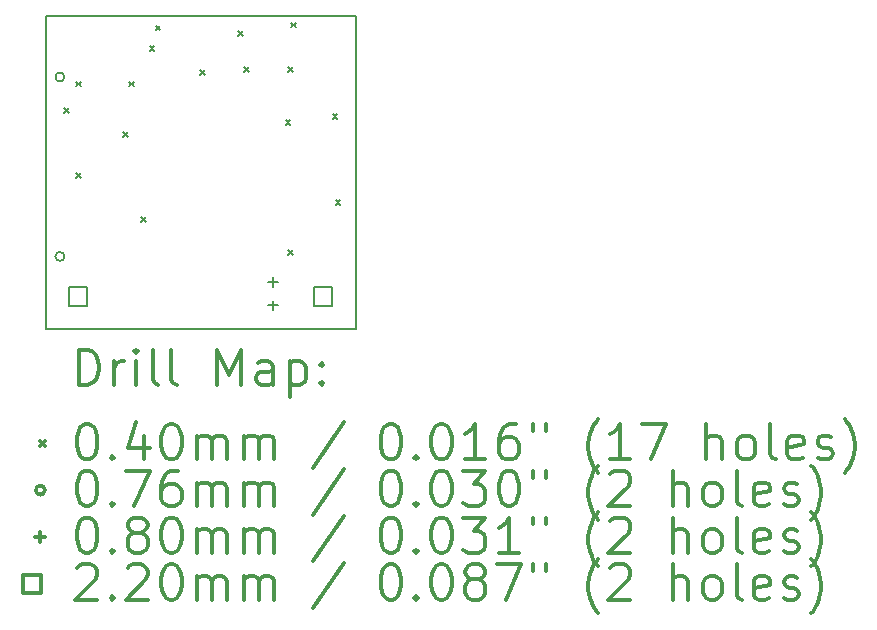
<source format=gbr>
%FSLAX45Y45*%
G04 Gerber Fmt 4.5, Leading zero omitted, Abs format (unit mm)*
G04 Created by KiCad (PCBNEW no-vcs-found-33e0758~58~ubuntu16.04.1) date Wed Mar 21 11:12:09 2018*
%MOMM*%
%LPD*%
G01*
G04 APERTURE LIST*
%ADD10C,0.127000*%
%ADD11C,0.150000*%
%ADD12C,0.200000*%
%ADD13C,0.300000*%
G04 APERTURE END LIST*
D10*
D11*
X10025000Y-5275000D02*
X10025000Y-7925000D01*
X12650000Y-5275000D02*
X10025000Y-5275000D01*
X12650000Y-7925000D02*
X12650000Y-5275000D01*
X10025000Y-7925000D02*
X12650000Y-7925000D01*
D12*
X10180000Y-6055000D02*
X10220000Y-6095000D01*
X10220000Y-6055000D02*
X10180000Y-6095000D01*
X10280000Y-5830000D02*
X10320000Y-5870000D01*
X10320000Y-5830000D02*
X10280000Y-5870000D01*
X10280000Y-6605000D02*
X10320000Y-6645000D01*
X10320000Y-6605000D02*
X10280000Y-6645000D01*
X10680000Y-6255000D02*
X10720000Y-6295000D01*
X10720000Y-6255000D02*
X10680000Y-6295000D01*
X10730000Y-5830000D02*
X10770000Y-5870000D01*
X10770000Y-5830000D02*
X10730000Y-5870000D01*
X10830000Y-6980000D02*
X10870000Y-7020000D01*
X10870000Y-6980000D02*
X10830000Y-7020000D01*
X10905000Y-5530000D02*
X10945000Y-5570000D01*
X10945000Y-5530000D02*
X10905000Y-5570000D01*
X10955000Y-5355000D02*
X10995000Y-5395000D01*
X10995000Y-5355000D02*
X10955000Y-5395000D01*
X11330000Y-5730000D02*
X11370000Y-5770000D01*
X11370000Y-5730000D02*
X11330000Y-5770000D01*
X11655000Y-5405000D02*
X11695000Y-5445000D01*
X11695000Y-5405000D02*
X11655000Y-5445000D01*
X11705000Y-5705000D02*
X11745000Y-5745000D01*
X11745000Y-5705000D02*
X11705000Y-5745000D01*
X12055000Y-6155000D02*
X12095000Y-6195000D01*
X12095000Y-6155000D02*
X12055000Y-6195000D01*
X12080000Y-5705000D02*
X12120000Y-5745000D01*
X12120000Y-5705000D02*
X12080000Y-5745000D01*
X12080000Y-7255000D02*
X12120000Y-7295000D01*
X12120000Y-7255000D02*
X12080000Y-7295000D01*
X12105000Y-5330000D02*
X12145000Y-5370000D01*
X12145000Y-5330000D02*
X12105000Y-5370000D01*
X12455000Y-6105000D02*
X12495000Y-6145000D01*
X12495000Y-6105000D02*
X12455000Y-6145000D01*
X12480000Y-6830000D02*
X12520000Y-6870000D01*
X12520000Y-6830000D02*
X12480000Y-6870000D01*
X10183100Y-5790000D02*
G75*
G03X10183100Y-5790000I-38100J0D01*
G01*
X10183100Y-7310000D02*
G75*
G03X10183100Y-7310000I-38100J0D01*
G01*
X11950000Y-7485000D02*
X11950000Y-7565000D01*
X11910000Y-7525000D02*
X11990000Y-7525000D01*
X11950000Y-7685000D02*
X11950000Y-7765000D01*
X11910000Y-7725000D02*
X11990000Y-7725000D01*
X10377783Y-7727782D02*
X10377783Y-7572217D01*
X10222218Y-7572217D01*
X10222218Y-7727782D01*
X10377783Y-7727782D01*
X12452782Y-7727782D02*
X12452782Y-7572217D01*
X12297217Y-7572217D01*
X12297217Y-7727782D01*
X12452782Y-7727782D01*
D13*
X10303928Y-8398214D02*
X10303928Y-8098214D01*
X10375357Y-8098214D01*
X10418214Y-8112500D01*
X10446786Y-8141071D01*
X10461071Y-8169643D01*
X10475357Y-8226786D01*
X10475357Y-8269643D01*
X10461071Y-8326786D01*
X10446786Y-8355357D01*
X10418214Y-8383929D01*
X10375357Y-8398214D01*
X10303928Y-8398214D01*
X10603928Y-8398214D02*
X10603928Y-8198214D01*
X10603928Y-8255357D02*
X10618214Y-8226786D01*
X10632500Y-8212500D01*
X10661071Y-8198214D01*
X10689643Y-8198214D01*
X10789643Y-8398214D02*
X10789643Y-8198214D01*
X10789643Y-8098214D02*
X10775357Y-8112500D01*
X10789643Y-8126786D01*
X10803928Y-8112500D01*
X10789643Y-8098214D01*
X10789643Y-8126786D01*
X10975357Y-8398214D02*
X10946786Y-8383929D01*
X10932500Y-8355357D01*
X10932500Y-8098214D01*
X11132500Y-8398214D02*
X11103928Y-8383929D01*
X11089643Y-8355357D01*
X11089643Y-8098214D01*
X11475357Y-8398214D02*
X11475357Y-8098214D01*
X11575357Y-8312500D01*
X11675357Y-8098214D01*
X11675357Y-8398214D01*
X11946786Y-8398214D02*
X11946786Y-8241071D01*
X11932500Y-8212500D01*
X11903928Y-8198214D01*
X11846786Y-8198214D01*
X11818214Y-8212500D01*
X11946786Y-8383929D02*
X11918214Y-8398214D01*
X11846786Y-8398214D01*
X11818214Y-8383929D01*
X11803928Y-8355357D01*
X11803928Y-8326786D01*
X11818214Y-8298214D01*
X11846786Y-8283929D01*
X11918214Y-8283929D01*
X11946786Y-8269643D01*
X12089643Y-8198214D02*
X12089643Y-8498214D01*
X12089643Y-8212500D02*
X12118214Y-8198214D01*
X12175357Y-8198214D01*
X12203928Y-8212500D01*
X12218214Y-8226786D01*
X12232500Y-8255357D01*
X12232500Y-8341071D01*
X12218214Y-8369643D01*
X12203928Y-8383929D01*
X12175357Y-8398214D01*
X12118214Y-8398214D01*
X12089643Y-8383929D01*
X12361071Y-8369643D02*
X12375357Y-8383929D01*
X12361071Y-8398214D01*
X12346786Y-8383929D01*
X12361071Y-8369643D01*
X12361071Y-8398214D01*
X12361071Y-8212500D02*
X12375357Y-8226786D01*
X12361071Y-8241071D01*
X12346786Y-8226786D01*
X12361071Y-8212500D01*
X12361071Y-8241071D01*
X9977500Y-8872500D02*
X10017500Y-8912500D01*
X10017500Y-8872500D02*
X9977500Y-8912500D01*
X10361071Y-8728214D02*
X10389643Y-8728214D01*
X10418214Y-8742500D01*
X10432500Y-8756786D01*
X10446786Y-8785357D01*
X10461071Y-8842500D01*
X10461071Y-8913929D01*
X10446786Y-8971072D01*
X10432500Y-8999643D01*
X10418214Y-9013929D01*
X10389643Y-9028214D01*
X10361071Y-9028214D01*
X10332500Y-9013929D01*
X10318214Y-8999643D01*
X10303928Y-8971072D01*
X10289643Y-8913929D01*
X10289643Y-8842500D01*
X10303928Y-8785357D01*
X10318214Y-8756786D01*
X10332500Y-8742500D01*
X10361071Y-8728214D01*
X10589643Y-8999643D02*
X10603928Y-9013929D01*
X10589643Y-9028214D01*
X10575357Y-9013929D01*
X10589643Y-8999643D01*
X10589643Y-9028214D01*
X10861071Y-8828214D02*
X10861071Y-9028214D01*
X10789643Y-8713929D02*
X10718214Y-8928214D01*
X10903928Y-8928214D01*
X11075357Y-8728214D02*
X11103928Y-8728214D01*
X11132500Y-8742500D01*
X11146786Y-8756786D01*
X11161071Y-8785357D01*
X11175357Y-8842500D01*
X11175357Y-8913929D01*
X11161071Y-8971072D01*
X11146786Y-8999643D01*
X11132500Y-9013929D01*
X11103928Y-9028214D01*
X11075357Y-9028214D01*
X11046786Y-9013929D01*
X11032500Y-8999643D01*
X11018214Y-8971072D01*
X11003928Y-8913929D01*
X11003928Y-8842500D01*
X11018214Y-8785357D01*
X11032500Y-8756786D01*
X11046786Y-8742500D01*
X11075357Y-8728214D01*
X11303928Y-9028214D02*
X11303928Y-8828214D01*
X11303928Y-8856786D02*
X11318214Y-8842500D01*
X11346786Y-8828214D01*
X11389643Y-8828214D01*
X11418214Y-8842500D01*
X11432500Y-8871072D01*
X11432500Y-9028214D01*
X11432500Y-8871072D02*
X11446786Y-8842500D01*
X11475357Y-8828214D01*
X11518214Y-8828214D01*
X11546786Y-8842500D01*
X11561071Y-8871072D01*
X11561071Y-9028214D01*
X11703928Y-9028214D02*
X11703928Y-8828214D01*
X11703928Y-8856786D02*
X11718214Y-8842500D01*
X11746786Y-8828214D01*
X11789643Y-8828214D01*
X11818214Y-8842500D01*
X11832500Y-8871072D01*
X11832500Y-9028214D01*
X11832500Y-8871072D02*
X11846786Y-8842500D01*
X11875357Y-8828214D01*
X11918214Y-8828214D01*
X11946786Y-8842500D01*
X11961071Y-8871072D01*
X11961071Y-9028214D01*
X12546786Y-8713929D02*
X12289643Y-9099643D01*
X12932500Y-8728214D02*
X12961071Y-8728214D01*
X12989643Y-8742500D01*
X13003928Y-8756786D01*
X13018214Y-8785357D01*
X13032500Y-8842500D01*
X13032500Y-8913929D01*
X13018214Y-8971072D01*
X13003928Y-8999643D01*
X12989643Y-9013929D01*
X12961071Y-9028214D01*
X12932500Y-9028214D01*
X12903928Y-9013929D01*
X12889643Y-8999643D01*
X12875357Y-8971072D01*
X12861071Y-8913929D01*
X12861071Y-8842500D01*
X12875357Y-8785357D01*
X12889643Y-8756786D01*
X12903928Y-8742500D01*
X12932500Y-8728214D01*
X13161071Y-8999643D02*
X13175357Y-9013929D01*
X13161071Y-9028214D01*
X13146786Y-9013929D01*
X13161071Y-8999643D01*
X13161071Y-9028214D01*
X13361071Y-8728214D02*
X13389643Y-8728214D01*
X13418214Y-8742500D01*
X13432500Y-8756786D01*
X13446786Y-8785357D01*
X13461071Y-8842500D01*
X13461071Y-8913929D01*
X13446786Y-8971072D01*
X13432500Y-8999643D01*
X13418214Y-9013929D01*
X13389643Y-9028214D01*
X13361071Y-9028214D01*
X13332500Y-9013929D01*
X13318214Y-8999643D01*
X13303928Y-8971072D01*
X13289643Y-8913929D01*
X13289643Y-8842500D01*
X13303928Y-8785357D01*
X13318214Y-8756786D01*
X13332500Y-8742500D01*
X13361071Y-8728214D01*
X13746786Y-9028214D02*
X13575357Y-9028214D01*
X13661071Y-9028214D02*
X13661071Y-8728214D01*
X13632500Y-8771072D01*
X13603928Y-8799643D01*
X13575357Y-8813929D01*
X14003928Y-8728214D02*
X13946786Y-8728214D01*
X13918214Y-8742500D01*
X13903928Y-8756786D01*
X13875357Y-8799643D01*
X13861071Y-8856786D01*
X13861071Y-8971072D01*
X13875357Y-8999643D01*
X13889643Y-9013929D01*
X13918214Y-9028214D01*
X13975357Y-9028214D01*
X14003928Y-9013929D01*
X14018214Y-8999643D01*
X14032500Y-8971072D01*
X14032500Y-8899643D01*
X14018214Y-8871072D01*
X14003928Y-8856786D01*
X13975357Y-8842500D01*
X13918214Y-8842500D01*
X13889643Y-8856786D01*
X13875357Y-8871072D01*
X13861071Y-8899643D01*
X14146786Y-8728214D02*
X14146786Y-8785357D01*
X14261071Y-8728214D02*
X14261071Y-8785357D01*
X14703928Y-9142500D02*
X14689643Y-9128214D01*
X14661071Y-9085357D01*
X14646786Y-9056786D01*
X14632500Y-9013929D01*
X14618214Y-8942500D01*
X14618214Y-8885357D01*
X14632500Y-8813929D01*
X14646786Y-8771072D01*
X14661071Y-8742500D01*
X14689643Y-8699643D01*
X14703928Y-8685357D01*
X14975357Y-9028214D02*
X14803928Y-9028214D01*
X14889643Y-9028214D02*
X14889643Y-8728214D01*
X14861071Y-8771072D01*
X14832500Y-8799643D01*
X14803928Y-8813929D01*
X15075357Y-8728214D02*
X15275357Y-8728214D01*
X15146786Y-9028214D01*
X15618214Y-9028214D02*
X15618214Y-8728214D01*
X15746786Y-9028214D02*
X15746786Y-8871072D01*
X15732500Y-8842500D01*
X15703928Y-8828214D01*
X15661071Y-8828214D01*
X15632500Y-8842500D01*
X15618214Y-8856786D01*
X15932500Y-9028214D02*
X15903928Y-9013929D01*
X15889643Y-8999643D01*
X15875357Y-8971072D01*
X15875357Y-8885357D01*
X15889643Y-8856786D01*
X15903928Y-8842500D01*
X15932500Y-8828214D01*
X15975357Y-8828214D01*
X16003928Y-8842500D01*
X16018214Y-8856786D01*
X16032500Y-8885357D01*
X16032500Y-8971072D01*
X16018214Y-8999643D01*
X16003928Y-9013929D01*
X15975357Y-9028214D01*
X15932500Y-9028214D01*
X16203928Y-9028214D02*
X16175357Y-9013929D01*
X16161071Y-8985357D01*
X16161071Y-8728214D01*
X16432500Y-9013929D02*
X16403928Y-9028214D01*
X16346786Y-9028214D01*
X16318214Y-9013929D01*
X16303928Y-8985357D01*
X16303928Y-8871072D01*
X16318214Y-8842500D01*
X16346786Y-8828214D01*
X16403928Y-8828214D01*
X16432500Y-8842500D01*
X16446786Y-8871072D01*
X16446786Y-8899643D01*
X16303928Y-8928214D01*
X16561071Y-9013929D02*
X16589643Y-9028214D01*
X16646786Y-9028214D01*
X16675357Y-9013929D01*
X16689643Y-8985357D01*
X16689643Y-8971072D01*
X16675357Y-8942500D01*
X16646786Y-8928214D01*
X16603928Y-8928214D01*
X16575357Y-8913929D01*
X16561071Y-8885357D01*
X16561071Y-8871072D01*
X16575357Y-8842500D01*
X16603928Y-8828214D01*
X16646786Y-8828214D01*
X16675357Y-8842500D01*
X16789643Y-9142500D02*
X16803928Y-9128214D01*
X16832500Y-9085357D01*
X16846786Y-9056786D01*
X16861071Y-9013929D01*
X16875357Y-8942500D01*
X16875357Y-8885357D01*
X16861071Y-8813929D01*
X16846786Y-8771072D01*
X16832500Y-8742500D01*
X16803928Y-8699643D01*
X16789643Y-8685357D01*
X10017500Y-9288500D02*
G75*
G03X10017500Y-9288500I-38100J0D01*
G01*
X10361071Y-9124214D02*
X10389643Y-9124214D01*
X10418214Y-9138500D01*
X10432500Y-9152786D01*
X10446786Y-9181357D01*
X10461071Y-9238500D01*
X10461071Y-9309929D01*
X10446786Y-9367072D01*
X10432500Y-9395643D01*
X10418214Y-9409929D01*
X10389643Y-9424214D01*
X10361071Y-9424214D01*
X10332500Y-9409929D01*
X10318214Y-9395643D01*
X10303928Y-9367072D01*
X10289643Y-9309929D01*
X10289643Y-9238500D01*
X10303928Y-9181357D01*
X10318214Y-9152786D01*
X10332500Y-9138500D01*
X10361071Y-9124214D01*
X10589643Y-9395643D02*
X10603928Y-9409929D01*
X10589643Y-9424214D01*
X10575357Y-9409929D01*
X10589643Y-9395643D01*
X10589643Y-9424214D01*
X10703928Y-9124214D02*
X10903928Y-9124214D01*
X10775357Y-9424214D01*
X11146786Y-9124214D02*
X11089643Y-9124214D01*
X11061071Y-9138500D01*
X11046786Y-9152786D01*
X11018214Y-9195643D01*
X11003928Y-9252786D01*
X11003928Y-9367072D01*
X11018214Y-9395643D01*
X11032500Y-9409929D01*
X11061071Y-9424214D01*
X11118214Y-9424214D01*
X11146786Y-9409929D01*
X11161071Y-9395643D01*
X11175357Y-9367072D01*
X11175357Y-9295643D01*
X11161071Y-9267072D01*
X11146786Y-9252786D01*
X11118214Y-9238500D01*
X11061071Y-9238500D01*
X11032500Y-9252786D01*
X11018214Y-9267072D01*
X11003928Y-9295643D01*
X11303928Y-9424214D02*
X11303928Y-9224214D01*
X11303928Y-9252786D02*
X11318214Y-9238500D01*
X11346786Y-9224214D01*
X11389643Y-9224214D01*
X11418214Y-9238500D01*
X11432500Y-9267072D01*
X11432500Y-9424214D01*
X11432500Y-9267072D02*
X11446786Y-9238500D01*
X11475357Y-9224214D01*
X11518214Y-9224214D01*
X11546786Y-9238500D01*
X11561071Y-9267072D01*
X11561071Y-9424214D01*
X11703928Y-9424214D02*
X11703928Y-9224214D01*
X11703928Y-9252786D02*
X11718214Y-9238500D01*
X11746786Y-9224214D01*
X11789643Y-9224214D01*
X11818214Y-9238500D01*
X11832500Y-9267072D01*
X11832500Y-9424214D01*
X11832500Y-9267072D02*
X11846786Y-9238500D01*
X11875357Y-9224214D01*
X11918214Y-9224214D01*
X11946786Y-9238500D01*
X11961071Y-9267072D01*
X11961071Y-9424214D01*
X12546786Y-9109929D02*
X12289643Y-9495643D01*
X12932500Y-9124214D02*
X12961071Y-9124214D01*
X12989643Y-9138500D01*
X13003928Y-9152786D01*
X13018214Y-9181357D01*
X13032500Y-9238500D01*
X13032500Y-9309929D01*
X13018214Y-9367072D01*
X13003928Y-9395643D01*
X12989643Y-9409929D01*
X12961071Y-9424214D01*
X12932500Y-9424214D01*
X12903928Y-9409929D01*
X12889643Y-9395643D01*
X12875357Y-9367072D01*
X12861071Y-9309929D01*
X12861071Y-9238500D01*
X12875357Y-9181357D01*
X12889643Y-9152786D01*
X12903928Y-9138500D01*
X12932500Y-9124214D01*
X13161071Y-9395643D02*
X13175357Y-9409929D01*
X13161071Y-9424214D01*
X13146786Y-9409929D01*
X13161071Y-9395643D01*
X13161071Y-9424214D01*
X13361071Y-9124214D02*
X13389643Y-9124214D01*
X13418214Y-9138500D01*
X13432500Y-9152786D01*
X13446786Y-9181357D01*
X13461071Y-9238500D01*
X13461071Y-9309929D01*
X13446786Y-9367072D01*
X13432500Y-9395643D01*
X13418214Y-9409929D01*
X13389643Y-9424214D01*
X13361071Y-9424214D01*
X13332500Y-9409929D01*
X13318214Y-9395643D01*
X13303928Y-9367072D01*
X13289643Y-9309929D01*
X13289643Y-9238500D01*
X13303928Y-9181357D01*
X13318214Y-9152786D01*
X13332500Y-9138500D01*
X13361071Y-9124214D01*
X13561071Y-9124214D02*
X13746786Y-9124214D01*
X13646786Y-9238500D01*
X13689643Y-9238500D01*
X13718214Y-9252786D01*
X13732500Y-9267072D01*
X13746786Y-9295643D01*
X13746786Y-9367072D01*
X13732500Y-9395643D01*
X13718214Y-9409929D01*
X13689643Y-9424214D01*
X13603928Y-9424214D01*
X13575357Y-9409929D01*
X13561071Y-9395643D01*
X13932500Y-9124214D02*
X13961071Y-9124214D01*
X13989643Y-9138500D01*
X14003928Y-9152786D01*
X14018214Y-9181357D01*
X14032500Y-9238500D01*
X14032500Y-9309929D01*
X14018214Y-9367072D01*
X14003928Y-9395643D01*
X13989643Y-9409929D01*
X13961071Y-9424214D01*
X13932500Y-9424214D01*
X13903928Y-9409929D01*
X13889643Y-9395643D01*
X13875357Y-9367072D01*
X13861071Y-9309929D01*
X13861071Y-9238500D01*
X13875357Y-9181357D01*
X13889643Y-9152786D01*
X13903928Y-9138500D01*
X13932500Y-9124214D01*
X14146786Y-9124214D02*
X14146786Y-9181357D01*
X14261071Y-9124214D02*
X14261071Y-9181357D01*
X14703928Y-9538500D02*
X14689643Y-9524214D01*
X14661071Y-9481357D01*
X14646786Y-9452786D01*
X14632500Y-9409929D01*
X14618214Y-9338500D01*
X14618214Y-9281357D01*
X14632500Y-9209929D01*
X14646786Y-9167072D01*
X14661071Y-9138500D01*
X14689643Y-9095643D01*
X14703928Y-9081357D01*
X14803928Y-9152786D02*
X14818214Y-9138500D01*
X14846786Y-9124214D01*
X14918214Y-9124214D01*
X14946786Y-9138500D01*
X14961071Y-9152786D01*
X14975357Y-9181357D01*
X14975357Y-9209929D01*
X14961071Y-9252786D01*
X14789643Y-9424214D01*
X14975357Y-9424214D01*
X15332500Y-9424214D02*
X15332500Y-9124214D01*
X15461071Y-9424214D02*
X15461071Y-9267072D01*
X15446786Y-9238500D01*
X15418214Y-9224214D01*
X15375357Y-9224214D01*
X15346786Y-9238500D01*
X15332500Y-9252786D01*
X15646786Y-9424214D02*
X15618214Y-9409929D01*
X15603928Y-9395643D01*
X15589643Y-9367072D01*
X15589643Y-9281357D01*
X15603928Y-9252786D01*
X15618214Y-9238500D01*
X15646786Y-9224214D01*
X15689643Y-9224214D01*
X15718214Y-9238500D01*
X15732500Y-9252786D01*
X15746786Y-9281357D01*
X15746786Y-9367072D01*
X15732500Y-9395643D01*
X15718214Y-9409929D01*
X15689643Y-9424214D01*
X15646786Y-9424214D01*
X15918214Y-9424214D02*
X15889643Y-9409929D01*
X15875357Y-9381357D01*
X15875357Y-9124214D01*
X16146786Y-9409929D02*
X16118214Y-9424214D01*
X16061071Y-9424214D01*
X16032500Y-9409929D01*
X16018214Y-9381357D01*
X16018214Y-9267072D01*
X16032500Y-9238500D01*
X16061071Y-9224214D01*
X16118214Y-9224214D01*
X16146786Y-9238500D01*
X16161071Y-9267072D01*
X16161071Y-9295643D01*
X16018214Y-9324214D01*
X16275357Y-9409929D02*
X16303928Y-9424214D01*
X16361071Y-9424214D01*
X16389643Y-9409929D01*
X16403928Y-9381357D01*
X16403928Y-9367072D01*
X16389643Y-9338500D01*
X16361071Y-9324214D01*
X16318214Y-9324214D01*
X16289643Y-9309929D01*
X16275357Y-9281357D01*
X16275357Y-9267072D01*
X16289643Y-9238500D01*
X16318214Y-9224214D01*
X16361071Y-9224214D01*
X16389643Y-9238500D01*
X16503928Y-9538500D02*
X16518214Y-9524214D01*
X16546786Y-9481357D01*
X16561071Y-9452786D01*
X16575357Y-9409929D01*
X16589643Y-9338500D01*
X16589643Y-9281357D01*
X16575357Y-9209929D01*
X16561071Y-9167072D01*
X16546786Y-9138500D01*
X16518214Y-9095643D01*
X16503928Y-9081357D01*
X9977500Y-9644500D02*
X9977500Y-9724500D01*
X9937500Y-9684500D02*
X10017500Y-9684500D01*
X10361071Y-9520214D02*
X10389643Y-9520214D01*
X10418214Y-9534500D01*
X10432500Y-9548786D01*
X10446786Y-9577357D01*
X10461071Y-9634500D01*
X10461071Y-9705929D01*
X10446786Y-9763072D01*
X10432500Y-9791643D01*
X10418214Y-9805929D01*
X10389643Y-9820214D01*
X10361071Y-9820214D01*
X10332500Y-9805929D01*
X10318214Y-9791643D01*
X10303928Y-9763072D01*
X10289643Y-9705929D01*
X10289643Y-9634500D01*
X10303928Y-9577357D01*
X10318214Y-9548786D01*
X10332500Y-9534500D01*
X10361071Y-9520214D01*
X10589643Y-9791643D02*
X10603928Y-9805929D01*
X10589643Y-9820214D01*
X10575357Y-9805929D01*
X10589643Y-9791643D01*
X10589643Y-9820214D01*
X10775357Y-9648786D02*
X10746786Y-9634500D01*
X10732500Y-9620214D01*
X10718214Y-9591643D01*
X10718214Y-9577357D01*
X10732500Y-9548786D01*
X10746786Y-9534500D01*
X10775357Y-9520214D01*
X10832500Y-9520214D01*
X10861071Y-9534500D01*
X10875357Y-9548786D01*
X10889643Y-9577357D01*
X10889643Y-9591643D01*
X10875357Y-9620214D01*
X10861071Y-9634500D01*
X10832500Y-9648786D01*
X10775357Y-9648786D01*
X10746786Y-9663072D01*
X10732500Y-9677357D01*
X10718214Y-9705929D01*
X10718214Y-9763072D01*
X10732500Y-9791643D01*
X10746786Y-9805929D01*
X10775357Y-9820214D01*
X10832500Y-9820214D01*
X10861071Y-9805929D01*
X10875357Y-9791643D01*
X10889643Y-9763072D01*
X10889643Y-9705929D01*
X10875357Y-9677357D01*
X10861071Y-9663072D01*
X10832500Y-9648786D01*
X11075357Y-9520214D02*
X11103928Y-9520214D01*
X11132500Y-9534500D01*
X11146786Y-9548786D01*
X11161071Y-9577357D01*
X11175357Y-9634500D01*
X11175357Y-9705929D01*
X11161071Y-9763072D01*
X11146786Y-9791643D01*
X11132500Y-9805929D01*
X11103928Y-9820214D01*
X11075357Y-9820214D01*
X11046786Y-9805929D01*
X11032500Y-9791643D01*
X11018214Y-9763072D01*
X11003928Y-9705929D01*
X11003928Y-9634500D01*
X11018214Y-9577357D01*
X11032500Y-9548786D01*
X11046786Y-9534500D01*
X11075357Y-9520214D01*
X11303928Y-9820214D02*
X11303928Y-9620214D01*
X11303928Y-9648786D02*
X11318214Y-9634500D01*
X11346786Y-9620214D01*
X11389643Y-9620214D01*
X11418214Y-9634500D01*
X11432500Y-9663072D01*
X11432500Y-9820214D01*
X11432500Y-9663072D02*
X11446786Y-9634500D01*
X11475357Y-9620214D01*
X11518214Y-9620214D01*
X11546786Y-9634500D01*
X11561071Y-9663072D01*
X11561071Y-9820214D01*
X11703928Y-9820214D02*
X11703928Y-9620214D01*
X11703928Y-9648786D02*
X11718214Y-9634500D01*
X11746786Y-9620214D01*
X11789643Y-9620214D01*
X11818214Y-9634500D01*
X11832500Y-9663072D01*
X11832500Y-9820214D01*
X11832500Y-9663072D02*
X11846786Y-9634500D01*
X11875357Y-9620214D01*
X11918214Y-9620214D01*
X11946786Y-9634500D01*
X11961071Y-9663072D01*
X11961071Y-9820214D01*
X12546786Y-9505929D02*
X12289643Y-9891643D01*
X12932500Y-9520214D02*
X12961071Y-9520214D01*
X12989643Y-9534500D01*
X13003928Y-9548786D01*
X13018214Y-9577357D01*
X13032500Y-9634500D01*
X13032500Y-9705929D01*
X13018214Y-9763072D01*
X13003928Y-9791643D01*
X12989643Y-9805929D01*
X12961071Y-9820214D01*
X12932500Y-9820214D01*
X12903928Y-9805929D01*
X12889643Y-9791643D01*
X12875357Y-9763072D01*
X12861071Y-9705929D01*
X12861071Y-9634500D01*
X12875357Y-9577357D01*
X12889643Y-9548786D01*
X12903928Y-9534500D01*
X12932500Y-9520214D01*
X13161071Y-9791643D02*
X13175357Y-9805929D01*
X13161071Y-9820214D01*
X13146786Y-9805929D01*
X13161071Y-9791643D01*
X13161071Y-9820214D01*
X13361071Y-9520214D02*
X13389643Y-9520214D01*
X13418214Y-9534500D01*
X13432500Y-9548786D01*
X13446786Y-9577357D01*
X13461071Y-9634500D01*
X13461071Y-9705929D01*
X13446786Y-9763072D01*
X13432500Y-9791643D01*
X13418214Y-9805929D01*
X13389643Y-9820214D01*
X13361071Y-9820214D01*
X13332500Y-9805929D01*
X13318214Y-9791643D01*
X13303928Y-9763072D01*
X13289643Y-9705929D01*
X13289643Y-9634500D01*
X13303928Y-9577357D01*
X13318214Y-9548786D01*
X13332500Y-9534500D01*
X13361071Y-9520214D01*
X13561071Y-9520214D02*
X13746786Y-9520214D01*
X13646786Y-9634500D01*
X13689643Y-9634500D01*
X13718214Y-9648786D01*
X13732500Y-9663072D01*
X13746786Y-9691643D01*
X13746786Y-9763072D01*
X13732500Y-9791643D01*
X13718214Y-9805929D01*
X13689643Y-9820214D01*
X13603928Y-9820214D01*
X13575357Y-9805929D01*
X13561071Y-9791643D01*
X14032500Y-9820214D02*
X13861071Y-9820214D01*
X13946786Y-9820214D02*
X13946786Y-9520214D01*
X13918214Y-9563072D01*
X13889643Y-9591643D01*
X13861071Y-9605929D01*
X14146786Y-9520214D02*
X14146786Y-9577357D01*
X14261071Y-9520214D02*
X14261071Y-9577357D01*
X14703928Y-9934500D02*
X14689643Y-9920214D01*
X14661071Y-9877357D01*
X14646786Y-9848786D01*
X14632500Y-9805929D01*
X14618214Y-9734500D01*
X14618214Y-9677357D01*
X14632500Y-9605929D01*
X14646786Y-9563072D01*
X14661071Y-9534500D01*
X14689643Y-9491643D01*
X14703928Y-9477357D01*
X14803928Y-9548786D02*
X14818214Y-9534500D01*
X14846786Y-9520214D01*
X14918214Y-9520214D01*
X14946786Y-9534500D01*
X14961071Y-9548786D01*
X14975357Y-9577357D01*
X14975357Y-9605929D01*
X14961071Y-9648786D01*
X14789643Y-9820214D01*
X14975357Y-9820214D01*
X15332500Y-9820214D02*
X15332500Y-9520214D01*
X15461071Y-9820214D02*
X15461071Y-9663072D01*
X15446786Y-9634500D01*
X15418214Y-9620214D01*
X15375357Y-9620214D01*
X15346786Y-9634500D01*
X15332500Y-9648786D01*
X15646786Y-9820214D02*
X15618214Y-9805929D01*
X15603928Y-9791643D01*
X15589643Y-9763072D01*
X15589643Y-9677357D01*
X15603928Y-9648786D01*
X15618214Y-9634500D01*
X15646786Y-9620214D01*
X15689643Y-9620214D01*
X15718214Y-9634500D01*
X15732500Y-9648786D01*
X15746786Y-9677357D01*
X15746786Y-9763072D01*
X15732500Y-9791643D01*
X15718214Y-9805929D01*
X15689643Y-9820214D01*
X15646786Y-9820214D01*
X15918214Y-9820214D02*
X15889643Y-9805929D01*
X15875357Y-9777357D01*
X15875357Y-9520214D01*
X16146786Y-9805929D02*
X16118214Y-9820214D01*
X16061071Y-9820214D01*
X16032500Y-9805929D01*
X16018214Y-9777357D01*
X16018214Y-9663072D01*
X16032500Y-9634500D01*
X16061071Y-9620214D01*
X16118214Y-9620214D01*
X16146786Y-9634500D01*
X16161071Y-9663072D01*
X16161071Y-9691643D01*
X16018214Y-9720214D01*
X16275357Y-9805929D02*
X16303928Y-9820214D01*
X16361071Y-9820214D01*
X16389643Y-9805929D01*
X16403928Y-9777357D01*
X16403928Y-9763072D01*
X16389643Y-9734500D01*
X16361071Y-9720214D01*
X16318214Y-9720214D01*
X16289643Y-9705929D01*
X16275357Y-9677357D01*
X16275357Y-9663072D01*
X16289643Y-9634500D01*
X16318214Y-9620214D01*
X16361071Y-9620214D01*
X16389643Y-9634500D01*
X16503928Y-9934500D02*
X16518214Y-9920214D01*
X16546786Y-9877357D01*
X16561071Y-9848786D01*
X16575357Y-9805929D01*
X16589643Y-9734500D01*
X16589643Y-9677357D01*
X16575357Y-9605929D01*
X16561071Y-9563072D01*
X16546786Y-9534500D01*
X16518214Y-9491643D01*
X16503928Y-9477357D01*
X9985282Y-10158283D02*
X9985282Y-10002718D01*
X9829717Y-10002718D01*
X9829717Y-10158283D01*
X9985282Y-10158283D01*
X10289643Y-9944786D02*
X10303928Y-9930500D01*
X10332500Y-9916214D01*
X10403928Y-9916214D01*
X10432500Y-9930500D01*
X10446786Y-9944786D01*
X10461071Y-9973357D01*
X10461071Y-10001929D01*
X10446786Y-10044786D01*
X10275357Y-10216214D01*
X10461071Y-10216214D01*
X10589643Y-10187643D02*
X10603928Y-10201929D01*
X10589643Y-10216214D01*
X10575357Y-10201929D01*
X10589643Y-10187643D01*
X10589643Y-10216214D01*
X10718214Y-9944786D02*
X10732500Y-9930500D01*
X10761071Y-9916214D01*
X10832500Y-9916214D01*
X10861071Y-9930500D01*
X10875357Y-9944786D01*
X10889643Y-9973357D01*
X10889643Y-10001929D01*
X10875357Y-10044786D01*
X10703928Y-10216214D01*
X10889643Y-10216214D01*
X11075357Y-9916214D02*
X11103928Y-9916214D01*
X11132500Y-9930500D01*
X11146786Y-9944786D01*
X11161071Y-9973357D01*
X11175357Y-10030500D01*
X11175357Y-10101929D01*
X11161071Y-10159072D01*
X11146786Y-10187643D01*
X11132500Y-10201929D01*
X11103928Y-10216214D01*
X11075357Y-10216214D01*
X11046786Y-10201929D01*
X11032500Y-10187643D01*
X11018214Y-10159072D01*
X11003928Y-10101929D01*
X11003928Y-10030500D01*
X11018214Y-9973357D01*
X11032500Y-9944786D01*
X11046786Y-9930500D01*
X11075357Y-9916214D01*
X11303928Y-10216214D02*
X11303928Y-10016214D01*
X11303928Y-10044786D02*
X11318214Y-10030500D01*
X11346786Y-10016214D01*
X11389643Y-10016214D01*
X11418214Y-10030500D01*
X11432500Y-10059072D01*
X11432500Y-10216214D01*
X11432500Y-10059072D02*
X11446786Y-10030500D01*
X11475357Y-10016214D01*
X11518214Y-10016214D01*
X11546786Y-10030500D01*
X11561071Y-10059072D01*
X11561071Y-10216214D01*
X11703928Y-10216214D02*
X11703928Y-10016214D01*
X11703928Y-10044786D02*
X11718214Y-10030500D01*
X11746786Y-10016214D01*
X11789643Y-10016214D01*
X11818214Y-10030500D01*
X11832500Y-10059072D01*
X11832500Y-10216214D01*
X11832500Y-10059072D02*
X11846786Y-10030500D01*
X11875357Y-10016214D01*
X11918214Y-10016214D01*
X11946786Y-10030500D01*
X11961071Y-10059072D01*
X11961071Y-10216214D01*
X12546786Y-9901929D02*
X12289643Y-10287643D01*
X12932500Y-9916214D02*
X12961071Y-9916214D01*
X12989643Y-9930500D01*
X13003928Y-9944786D01*
X13018214Y-9973357D01*
X13032500Y-10030500D01*
X13032500Y-10101929D01*
X13018214Y-10159072D01*
X13003928Y-10187643D01*
X12989643Y-10201929D01*
X12961071Y-10216214D01*
X12932500Y-10216214D01*
X12903928Y-10201929D01*
X12889643Y-10187643D01*
X12875357Y-10159072D01*
X12861071Y-10101929D01*
X12861071Y-10030500D01*
X12875357Y-9973357D01*
X12889643Y-9944786D01*
X12903928Y-9930500D01*
X12932500Y-9916214D01*
X13161071Y-10187643D02*
X13175357Y-10201929D01*
X13161071Y-10216214D01*
X13146786Y-10201929D01*
X13161071Y-10187643D01*
X13161071Y-10216214D01*
X13361071Y-9916214D02*
X13389643Y-9916214D01*
X13418214Y-9930500D01*
X13432500Y-9944786D01*
X13446786Y-9973357D01*
X13461071Y-10030500D01*
X13461071Y-10101929D01*
X13446786Y-10159072D01*
X13432500Y-10187643D01*
X13418214Y-10201929D01*
X13389643Y-10216214D01*
X13361071Y-10216214D01*
X13332500Y-10201929D01*
X13318214Y-10187643D01*
X13303928Y-10159072D01*
X13289643Y-10101929D01*
X13289643Y-10030500D01*
X13303928Y-9973357D01*
X13318214Y-9944786D01*
X13332500Y-9930500D01*
X13361071Y-9916214D01*
X13632500Y-10044786D02*
X13603928Y-10030500D01*
X13589643Y-10016214D01*
X13575357Y-9987643D01*
X13575357Y-9973357D01*
X13589643Y-9944786D01*
X13603928Y-9930500D01*
X13632500Y-9916214D01*
X13689643Y-9916214D01*
X13718214Y-9930500D01*
X13732500Y-9944786D01*
X13746786Y-9973357D01*
X13746786Y-9987643D01*
X13732500Y-10016214D01*
X13718214Y-10030500D01*
X13689643Y-10044786D01*
X13632500Y-10044786D01*
X13603928Y-10059072D01*
X13589643Y-10073357D01*
X13575357Y-10101929D01*
X13575357Y-10159072D01*
X13589643Y-10187643D01*
X13603928Y-10201929D01*
X13632500Y-10216214D01*
X13689643Y-10216214D01*
X13718214Y-10201929D01*
X13732500Y-10187643D01*
X13746786Y-10159072D01*
X13746786Y-10101929D01*
X13732500Y-10073357D01*
X13718214Y-10059072D01*
X13689643Y-10044786D01*
X13846786Y-9916214D02*
X14046786Y-9916214D01*
X13918214Y-10216214D01*
X14146786Y-9916214D02*
X14146786Y-9973357D01*
X14261071Y-9916214D02*
X14261071Y-9973357D01*
X14703928Y-10330500D02*
X14689643Y-10316214D01*
X14661071Y-10273357D01*
X14646786Y-10244786D01*
X14632500Y-10201929D01*
X14618214Y-10130500D01*
X14618214Y-10073357D01*
X14632500Y-10001929D01*
X14646786Y-9959072D01*
X14661071Y-9930500D01*
X14689643Y-9887643D01*
X14703928Y-9873357D01*
X14803928Y-9944786D02*
X14818214Y-9930500D01*
X14846786Y-9916214D01*
X14918214Y-9916214D01*
X14946786Y-9930500D01*
X14961071Y-9944786D01*
X14975357Y-9973357D01*
X14975357Y-10001929D01*
X14961071Y-10044786D01*
X14789643Y-10216214D01*
X14975357Y-10216214D01*
X15332500Y-10216214D02*
X15332500Y-9916214D01*
X15461071Y-10216214D02*
X15461071Y-10059072D01*
X15446786Y-10030500D01*
X15418214Y-10016214D01*
X15375357Y-10016214D01*
X15346786Y-10030500D01*
X15332500Y-10044786D01*
X15646786Y-10216214D02*
X15618214Y-10201929D01*
X15603928Y-10187643D01*
X15589643Y-10159072D01*
X15589643Y-10073357D01*
X15603928Y-10044786D01*
X15618214Y-10030500D01*
X15646786Y-10016214D01*
X15689643Y-10016214D01*
X15718214Y-10030500D01*
X15732500Y-10044786D01*
X15746786Y-10073357D01*
X15746786Y-10159072D01*
X15732500Y-10187643D01*
X15718214Y-10201929D01*
X15689643Y-10216214D01*
X15646786Y-10216214D01*
X15918214Y-10216214D02*
X15889643Y-10201929D01*
X15875357Y-10173357D01*
X15875357Y-9916214D01*
X16146786Y-10201929D02*
X16118214Y-10216214D01*
X16061071Y-10216214D01*
X16032500Y-10201929D01*
X16018214Y-10173357D01*
X16018214Y-10059072D01*
X16032500Y-10030500D01*
X16061071Y-10016214D01*
X16118214Y-10016214D01*
X16146786Y-10030500D01*
X16161071Y-10059072D01*
X16161071Y-10087643D01*
X16018214Y-10116214D01*
X16275357Y-10201929D02*
X16303928Y-10216214D01*
X16361071Y-10216214D01*
X16389643Y-10201929D01*
X16403928Y-10173357D01*
X16403928Y-10159072D01*
X16389643Y-10130500D01*
X16361071Y-10116214D01*
X16318214Y-10116214D01*
X16289643Y-10101929D01*
X16275357Y-10073357D01*
X16275357Y-10059072D01*
X16289643Y-10030500D01*
X16318214Y-10016214D01*
X16361071Y-10016214D01*
X16389643Y-10030500D01*
X16503928Y-10330500D02*
X16518214Y-10316214D01*
X16546786Y-10273357D01*
X16561071Y-10244786D01*
X16575357Y-10201929D01*
X16589643Y-10130500D01*
X16589643Y-10073357D01*
X16575357Y-10001929D01*
X16561071Y-9959072D01*
X16546786Y-9930500D01*
X16518214Y-9887643D01*
X16503928Y-9873357D01*
M02*

</source>
